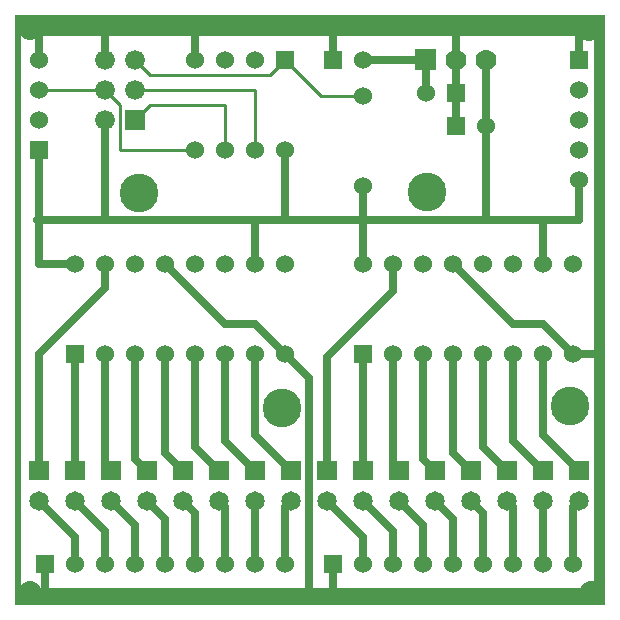
<source format=gtl>
G04 start of page 2 for group 0 idx 0 *
G04 Title: binwatch-mini, top *
G04 Creator: pcb 4.0.0 *
G04 CreationDate: Mon Apr 24 05:10:58 2017 UTC *
G04 For: max *
G04 Format: Gerber/RS-274X *
G04 PCB-Dimensions (mm): 50.00 50.00 *
G04 PCB-Coordinate-Origin: lower left *
%MOMM*%
%FSLAX43Y43*%
%LNGTL*%
%ADD21C,1.092*%
%ADD20C,2.667*%
%ADD19C,0.889*%
%ADD18C,3.277*%
%ADD17C,1.778*%
%ADD16C,1.676*%
%ADD15C,1.651*%
%ADD14C,1.524*%
%ADD13C,0.254*%
%ADD12C,0.635*%
%ADD11C,0.002*%
G54D11*G36*
X508Y50000D02*Y216D01*
X0D01*
Y50000D01*
X508D01*
G37*
G36*
X0Y1486D02*X50000D01*
Y0D01*
X0D01*
Y1486D01*
G37*
G36*
Y50000D02*X50000D01*
Y48222D01*
X0D01*
Y50000D01*
G37*
G36*
X49022D02*X50000D01*
Y0D01*
X49022D01*
Y50000D01*
G37*
G54D12*X12700Y28918D02*X17780Y23838D01*
X7620Y28918D02*Y26886D01*
X20320Y28918D02*Y32601D01*
X15240Y46190D02*Y48476D01*
X7620Y46444D02*Y48730D01*
G54D13*X11430Y44920D02*X10160Y46190D01*
X20320Y43650D02*Y38570D01*
X21590Y44920D02*X11430D01*
X20320Y43650D02*X10160D01*
X17780Y38570D02*Y42380D01*
X11430D01*
G54D12*X2032Y28918D02*Y38570D01*
Y46190D02*Y48730D01*
G54D13*X11430Y42380D02*X10160Y41110D01*
X15240Y38570D02*X8890D01*
Y42380D01*
G54D12*X7620Y41110D02*Y32601D01*
G54D13*X8890Y42380D02*X7620Y43650D01*
X2032D01*
G54D12*X2540Y3518D02*Y1486D01*
X20320Y3518D02*Y8852D01*
X17780Y8344D02*X17272Y8852D01*
X17780Y3518D02*Y8344D01*
X15240Y7836D02*X14224Y8852D01*
X15240Y3518D02*Y7836D01*
X12700Y7328D02*X11176Y8852D01*
X12700Y3518D02*Y7328D01*
X10160Y6820D02*X8128Y8852D01*
X7620Y6312D02*X5080Y8852D01*
Y5804D02*X2032Y8852D01*
X10160Y3518D02*Y6820D01*
X7620Y3518D02*Y6312D01*
X5080Y3518D02*Y5804D01*
G54D13*X22860Y28918D02*X23114D01*
G54D12*X24892Y19266D02*X20320Y23838D01*
X17780D02*X20320D01*
Y14440D02*X23368Y11392D01*
X20320Y21298D02*Y14440D01*
X17780Y13932D02*X20320Y11392D01*
X17780Y21298D02*Y13932D01*
X15240Y13424D02*X17272Y11392D01*
X15240Y21298D02*Y13424D01*
X12700Y12916D02*X14224Y11392D01*
X12700Y21298D02*Y12916D01*
X10160Y12408D02*X11176Y11392D01*
X7620Y11900D02*X8128Y11392D01*
X10160Y21298D02*Y12408D01*
X7620Y21298D02*Y11900D01*
X5080Y21298D02*Y11392D01*
X7620Y26886D02*X2032Y21298D01*
Y11392D01*
X5080Y28918D02*X2032D01*
X1905Y32601D02*X47625D01*
X44704Y28918D02*Y32601D01*
G54D13*X21590Y44920D02*X22860Y46190D01*
G54D12*Y38570D02*Y32601D01*
X47244Y21298D02*X49530D01*
X47752Y36030D02*Y32601D01*
X37338Y40602D02*Y46190D01*
X39878D02*Y32601D01*
X34798Y46190D02*Y43396D01*
X29464Y46190D02*X34798D01*
G54D13*X29464Y43142D02*X25908D01*
X22860Y46190D01*
G54D12*X26924D02*Y48730D01*
X29464Y28918D02*Y35522D01*
X44704Y23838D02*X47244Y21298D01*
X42164Y23838D02*X44704D01*
X37084Y28918D02*X42164Y23838D01*
X32004Y28918D02*Y26632D01*
G54D13*X47244Y28918D02*Y29172D01*
G54D12*X47752Y46190D02*Y48222D01*
X44704Y14440D02*X47752Y11392D01*
X44704Y21298D02*Y14440D01*
X42164Y13932D02*X44704Y11392D01*
X42164Y21298D02*Y13932D01*
X39624Y13424D02*X41656Y11392D01*
X34544Y12408D02*X35560Y11392D01*
X32004Y11900D02*X32512Y11392D01*
X39624Y21298D02*Y13424D01*
X37338Y46190D02*Y48476D01*
X37084Y12916D02*X38608Y11392D01*
X37084Y21298D02*Y12916D01*
X34544Y21298D02*Y12408D01*
X32004Y21298D02*Y11900D01*
X26924Y3518D02*Y978D01*
X22860Y8344D02*X23368Y8852D01*
X22860Y3518D02*Y8344D01*
X29464Y5804D02*X26416Y8852D01*
X29464Y11392D02*Y21298D01*
X32004Y26632D02*X26416Y21044D01*
Y11392D01*
X24892Y19266D02*Y724D01*
X47244Y8344D02*X47752Y8852D01*
X47244Y3518D02*Y8344D01*
X44704Y3518D02*Y8852D01*
X42164Y8344D02*X41656Y8852D01*
X42164Y3518D02*Y8344D01*
X39624Y7836D02*X38608Y8852D01*
X39624Y3518D02*Y7836D01*
X37084Y7328D02*X35560Y8852D01*
X34544Y6820D02*X32512Y8852D01*
X32004Y6312D02*X29464Y8852D01*
X37084Y3518D02*Y7328D01*
X34544Y3518D02*Y6820D01*
X32004Y3518D02*Y6312D01*
X29464Y3518D02*Y5804D01*
G54D11*G36*
X1270Y39332D02*Y37808D01*
X2794D01*
Y39332D01*
X1270D01*
G37*
G54D14*X2032Y41110D03*
Y43650D03*
Y46190D03*
G54D11*G36*
X1778Y4280D02*Y2756D01*
X3302D01*
Y4280D01*
X1778D01*
G37*
G36*
X19494Y12218D02*Y10566D01*
X21146D01*
Y12218D01*
X19494D01*
G37*
G36*
X13398D02*Y10566D01*
X15050D01*
Y12218D01*
X13398D01*
G37*
G36*
X16446D02*Y10566D01*
X18098D01*
Y12218D01*
X16446D01*
G37*
G54D15*X20320Y8852D03*
X14224D03*
X17272D03*
G54D14*X15240Y3518D03*
X17780D03*
X20320D03*
X22860D03*
G54D11*G36*
X22098Y46952D02*Y45428D01*
X23622D01*
Y46952D01*
X22098D01*
G37*
G54D14*X22860Y38570D03*
X20320Y46190D03*
Y38570D03*
X17780Y46190D03*
X15240D03*
Y38570D03*
X17780D03*
G54D11*G36*
X4318Y22060D02*Y20536D01*
X5842D01*
Y22060D01*
X4318D01*
G37*
G54D14*X7620Y21298D03*
X10160D03*
X12700D03*
X15240D03*
Y28918D03*
X12700D03*
X10160D03*
X7620D03*
X5080D03*
G54D11*G36*
X9322Y41948D02*Y40272D01*
X10998D01*
Y41948D01*
X9322D01*
G37*
G54D16*X7620Y41110D03*
X10160Y43650D03*
X7620D03*
X10160Y46190D03*
X7620D03*
G54D11*G36*
X1206Y12218D02*Y10566D01*
X2858D01*
Y12218D01*
X1206D01*
G37*
G36*
X4254D02*Y10566D01*
X5906D01*
Y12218D01*
X4254D01*
G37*
G36*
X7302D02*Y10566D01*
X8954D01*
Y12218D01*
X7302D01*
G37*
G36*
X10350D02*Y10566D01*
X12002D01*
Y12218D01*
X10350D01*
G37*
G54D15*X2032Y8852D03*
X5080D03*
X8128D03*
X11176D03*
G54D14*X5080Y3518D03*
X7620D03*
X10160D03*
X12700D03*
G54D11*G36*
X46990Y46952D02*Y45428D01*
X48514D01*
Y46952D01*
X46990D01*
G37*
G54D14*X47752Y43650D03*
Y41110D03*
Y38570D03*
Y36030D03*
X34798Y43396D03*
G54D11*G36*
X33909Y47079D02*Y45301D01*
X35687D01*
Y47079D01*
X33909D01*
G37*
G36*
X36576Y44158D02*Y42634D01*
X38100D01*
Y44158D01*
X36576D01*
G37*
G36*
Y41364D02*Y39840D01*
X38100D01*
Y41364D01*
X36576D01*
G37*
G54D17*X37338Y46190D03*
G54D14*X39878Y40602D03*
G54D17*Y46190D03*
G54D11*G36*
X26162Y46952D02*Y45428D01*
X27686D01*
Y46952D01*
X26162D01*
G37*
G54D14*X29464Y46190D03*
Y35522D03*
Y43142D03*
G54D11*G36*
X22542Y12218D02*Y10566D01*
X24194D01*
Y12218D01*
X22542D01*
G37*
G54D15*X23368Y8852D03*
G54D14*X17780Y21298D03*
X20320D03*
X22860D03*
Y28918D03*
X20320D03*
X17780D03*
G54D11*G36*
X25590Y12218D02*Y10566D01*
X27242D01*
Y12218D01*
X25590D01*
G37*
G36*
X28638D02*Y10566D01*
X30290D01*
Y12218D01*
X28638D01*
G37*
G36*
X31686D02*Y10566D01*
X33338D01*
Y12218D01*
X31686D01*
G37*
G36*
X34734D02*Y10566D01*
X36386D01*
Y12218D01*
X34734D01*
G37*
G54D15*X26416Y8852D03*
X29464D03*
X32512D03*
X35560D03*
G54D11*G36*
X26162Y4280D02*Y2756D01*
X27686D01*
Y4280D01*
X26162D01*
G37*
G54D14*X29464Y3518D03*
X32004D03*
G54D11*G36*
X37782Y12218D02*Y10566D01*
X39434D01*
Y12218D01*
X37782D01*
G37*
G36*
X43878D02*Y10566D01*
X45530D01*
Y12218D01*
X43878D01*
G37*
G36*
X46926D02*Y10566D01*
X48578D01*
Y12218D01*
X46926D01*
G37*
G54D15*X38608Y8852D03*
X44704D03*
X47752D03*
G54D11*G36*
X40830Y12218D02*Y10566D01*
X42482D01*
Y12218D01*
X40830D01*
G37*
G54D15*X41656Y8852D03*
G54D14*X34544Y3518D03*
X37084D03*
X39624D03*
X42164D03*
X44704D03*
X47244D03*
X37084Y21298D03*
X39624D03*
Y28918D03*
X37084D03*
G54D11*G36*
X28702Y22060D02*Y20536D01*
X30226D01*
Y22060D01*
X28702D01*
G37*
G54D14*X32004Y21298D03*
X34544D03*
Y28918D03*
X32004D03*
X29464D03*
X42164Y21298D03*
X44704D03*
X47244D03*
Y28918D03*
X44704D03*
X42164D03*
G54D17*X48768Y1232D03*
G54D18*X46990Y16853D03*
G54D17*X1270Y48730D03*
Y1232D03*
X48641Y48603D03*
G54D18*X22606Y16726D03*
X34925Y35014D03*
X10541Y34887D03*
G54D19*G54D20*G54D19*G54D20*G54D19*G54D21*G54D19*G54D21*G54D19*G54D21*G54D19*M02*

</source>
